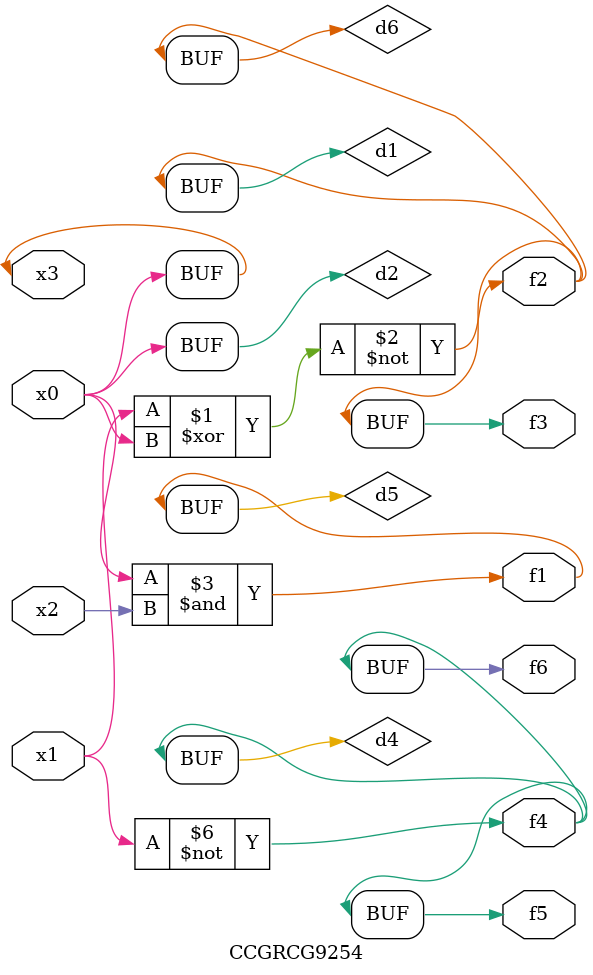
<source format=v>
module CCGRCG9254(
	input x0, x1, x2, x3,
	output f1, f2, f3, f4, f5, f6
);

	wire d1, d2, d3, d4, d5, d6;

	xnor (d1, x1, x3);
	buf (d2, x0, x3);
	nand (d3, x0, x2);
	not (d4, x1);
	nand (d5, d3);
	or (d6, d1);
	assign f1 = d5;
	assign f2 = d6;
	assign f3 = d6;
	assign f4 = d4;
	assign f5 = d4;
	assign f6 = d4;
endmodule

</source>
